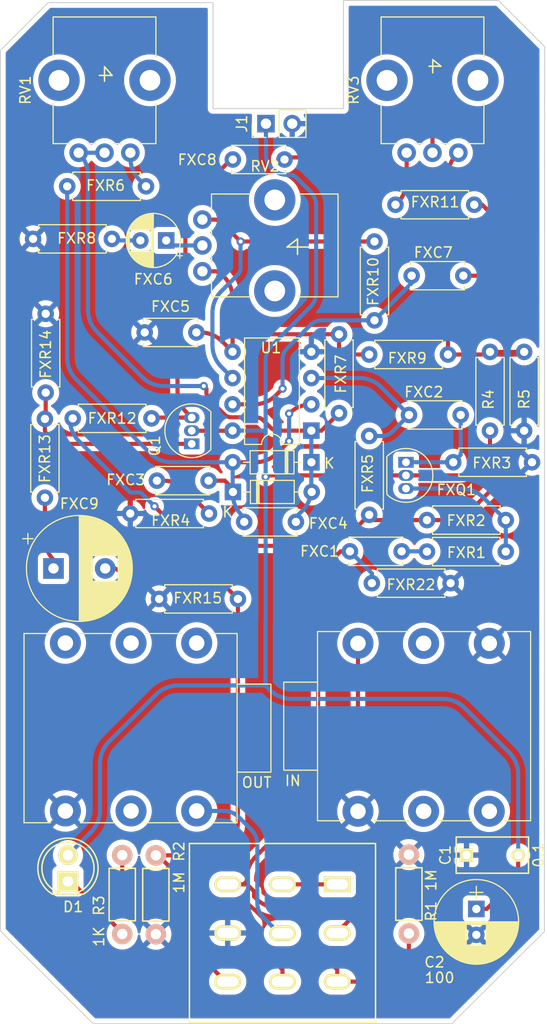
<source format=kicad_pcb>
(kicad_pcb (version 20211014) (generator pcbnew)
  (layers (0 "F.Cu" signal) (31 "B.Cu" signal) (34 "B.Paste" user) (35 "F.Paste" user) (36 "B.SilkS" user "B.Silkscreen") (37 "F.SilkS" user "F.Silkscreen") (38 "B.Mask" user) (39 "F.Mask" user) (44 "Edge.Cuts" user))
  (net 0 "")
  (net 1 "GND")
  (net 2 "+9V")
  (net 3 "Net-(D1-Pad1)")
  (net 4 "Net-(J2-Pad2)")
  (net 5 "Net-(J3-Pad2)")
  (net 6 "Net-(R3-Pad2)")
  (net 7 "Net-(SW1-Pad1)")
  (net 8 "+BATT")
  (net 9 "Net-(FXC1-Pad2)")
  (net 10 "Net-(FXC2-Pad1)")
  (net 11 "Net-(FXC2-Pad2)")
  (net 12 "Net-(FXC3-Pad1)")
  (net 13 "Net-(FXC3-Pad2)")
  (net 14 "Net-(FXC4-Pad2)")
  (net 15 "Net-(FXC5-Pad2)")
  (net 16 "Net-(FXC6-Pad1)")
  (net 17 "Net-(FXC6-Pad2)")
  (net 18 "Net-(FXC7-Pad1)")
  (net 19 "Net-(FXC7-Pad2)")
  (net 20 "Net-(FXC8-Pad1)")
  (net 21 "Net-(FXC8-Pad2)")
  (net 22 "Net-(FXC9-Pad1)")
  (net 23 "Net-(FXQ1-Pad3)")
  (net 24 "Net-(FXR6-Pad1)")
  (net 25 "Net-(FXR10-Pad2)")
  (net 26 "Net-(FXR11-Pad1)")
  (net 27 "Net-(FXR13-Pad2)")
  (net 35 "IN")
  (net 36 "OUT")
  (footprint "KiCad Lib:3PDT-Footswitch" (layer "F.Cu") (at 143.25 142.525 180)
    (fp_text reference "SW1" hide)
    (fp_text value "SW_3PDT" hide)
  )
  (footprint "Connectors:NMJ6HCD2" (layer "F.Cu") (at 122.25 130.73 90)
    (fp_text reference "J3" hide)
    (fp_text value "OUT")
  )
  (footprint "Pin_Headers:Pin_Header_Straight_1x02_Pitch2.54mm" (layer "F.Cu") (at 141.65 64.3 90)
    (fp_text reference "J1")
    (fp_text value "V+ GND" hide)
  )
  (footprint "Capacitors_THT:CP_Radial_D8.0mm_P2.50mm" (layer "F.Cu") (at 162 140.2 -90)
    (fp_text reference "C2")
    (fp_text value "100")
  )
  (footprint "LEDs:LED-5MM" (layer "F.Cu") (at 122.5 137.54 90)
    (fp_text reference "D1")
    (fp_text value "LED" hide)
  )
  (footprint "Resistors_ThroughHole:Resistor_Horizontal_RM7mm" (layer "F.Cu") (at 155.4734 142.5702 90)
    (fp_text reference "R1")
    (fp_text value "1M")
  )
  (footprint "Resistors_ThroughHole:Resistor_Horizontal_RM7mm" (layer "F.Cu") (at 131 135.02 -90)
    (fp_text reference "R2")
    (fp_text value "1M")
  )
  (footprint "Resistors_ThroughHole:Resistor_Horizontal_RM7mm" (layer "F.Cu") (at 127.75 142.62 90)
    (fp_text reference "R3")
    (fp_text value "1K")
  )
  (footprint "Capacitors_ThroughHole:C_Rect_L7_W3.5_P5" (layer "F.Cu") (at 161.05 135)
    (fp_text reference "C1")
    (fp_text value "0.1")
  )
  (footprint "Connectors:NMJ6HCD2" (layer "F.Cu") (at 163.25 114.53 -90)
    (fp_text reference "J2" hide)
    (fp_text value "IN")
  )
  (footprint "Resistor_THT:R_Axial_DIN0207_L6.3mm_D2.5mm_P7.62mm_Horizontal" (layer "F.Cu") (at 148.717 84.6582 -90)
    (fp_text reference "FXR7")
    (fp_text value "1K0")
  )
  (footprint "Resistor_THT:R_Axial_DIN0207_L6.3mm_D2.5mm_P7.62mm_Horizontal" (layer "F.Cu") (at 154.178 72.136)
    (fp_text reference "FXR11")
    (fp_text value "1K0")
  )
  (footprint "Resistor_THT:R_Axial_DIN0207_L6.3mm_D2.5mm_P7.62mm_Horizontal" (layer "F.Cu") (at 119.126 75.438)
    (fp_text reference "FXR8")
    (fp_text value "1K0")
  )
  (footprint "Capacitor_THT:C_Disc_D5.0mm_W2.5mm_P5.00mm" (layer "F.Cu") (at 149.773 105.6386)
    (fp_text reference "FXC1")
    (fp_text value "22nF")
  )
  (footprint "Capacitor_THT:C_Disc_D5.0mm_W2.5mm_P5.00mm" (layer "F.Cu") (at 155.742 78.994)
    (fp_text reference "FXC7")
    (fp_text value "1uF NP")
  )
  (footprint "Package_TO_SOT_THT:TO-92_Inline" (layer "F.Cu") (at 155.194 97.028 -90)
    (fp_text reference "FXQ1")
    (fp_text value "2SC1815")
  )
  (footprint "Capacitor_THT:C_Disc_D5.0mm_W2.5mm_P5.00mm" (layer "F.Cu") (at 138.4446 67.7672)
    (fp_text reference "FXC8")
    (fp_text value "100nF")
  )
  (footprint "Package_TO_SOT_THT:TO-92_Inline" (layer "F.Cu") (at 134.472 95.25 90)
    (fp_text reference "Q1")
    (fp_text value "2SC1815")
  )
  (footprint "Resistor_THT:R_Axial_DIN0207_L6.3mm_D2.5mm_P7.62mm_Horizontal" (layer "F.Cu") (at 120.269 100.457 90)
    (fp_text reference "FXR13")
    (fp_text value "10K")
  )
  (footprint "Resistor_THT:R_Axial_DIN0207_L6.3mm_D2.5mm_P7.62mm_Horizontal" (layer "F.Cu") (at 167.386 97.028 180)
    (fp_text reference "FXR3")
    (fp_text value "10K")
  )
  (footprint "Package_DIP:DIP-8_W7.62mm" (layer "F.Cu") (at 146.04 93.97 180)
    (fp_text reference "U1")
    (fp_text value "RC4558")
  )
  (footprint "Resistor_THT:R_Axial_DIN0207_L6.3mm_D2.5mm_P7.62mm_Horizontal" (layer "F.Cu") (at 163.322 93.98 90)
    (fp_text reference "R4")
    (fp_text value "PXR1")
  )
  (footprint "Capacitor_THT:CP_Radial_D10.0mm_P5.00mm" (layer "F.Cu") (at 121.101723 107.2896)
    (fp_text reference "FXC9")
    (fp_text value "10uF")
  )
  (footprint "Capacitor_THT:CP_Radial_D5.0mm_P2.50mm" (layer "F.Cu") (at 132.0038 75.5904 180)
    (fp_text reference "FXC6")
    (fp_text value ".22uF tant")
  )
  (footprint "Diode_THT:D_DO-35_SOD27_P7.62mm_Horizontal" (layer "F.Cu") (at 138.4554 99.8982)
    (fp_text reference "FXD1" hide)
    (fp_text value "1N914")
  )
  (footprint "Potentiometer_THT:Potentiometer_Bourns_PTV09A-1_Single_Vertical" (layer "F.Cu") (at 135.5042 78.573)
    (fp_text reference "RV2")
    (fp_text value "VRT")
  )
  (footprint "Resistor_THT:R_Axial_DIN0207_L6.3mm_D2.5mm_P7.62mm_Horizontal" (layer "F.Cu") (at 122.9614 92.7862)
    (fp_text reference "FXR12")
    (fp_text value "510K")
  )
  (footprint "Resistor_THT:R_Axial_DIN0207_L6.3mm_D2.5mm_P7.62mm_Horizontal" (layer "F.Cu") (at 157.226 102.616)
    (fp_text reference "FXR2")
    (fp_text value "510K")
  )
  (footprint "Resistor_THT:R_Axial_DIN0207_L6.3mm_D2.5mm_P7.62mm_Horizontal" (layer "F.Cu") (at 136.144 101.981 180)
    (fp_text reference "FXR4")
    (fp_text value "FXR4")
  )
  (footprint "Resistor_THT:R_Axial_DIN0207_L6.3mm_D2.5mm_P7.62mm_Horizontal" (layer "F.Cu") (at 120.3452 82.677 -90)
    (fp_text reference "FXR14")
    (fp_text value "10K")
  )
  (footprint "Resistor_THT:R_Axial_DIN0207_L6.3mm_D2.5mm_P7.62mm_Horizontal" (layer "F.Cu") (at 131.318 110.236)
    (fp_text reference "FXR15")
    (fp_text value "100R")
  )
  (footprint "Resistor_THT:R_Axial_DIN0207_L6.3mm_D2.5mm_P7.62mm_Horizontal" (layer "F.Cu") (at 159.512 108.712 180)
    (fp_text reference "FXR22")
    (fp_text value "1M")
  )
  (footprint "Potentiometer_THT:Potentiometer_Bourns_PTV09A-1_Single_Vertical" (layer "F.Cu") (at 160.2594 67.1116 90)
    (fp_text reference "RV3")
    (fp_text value "VRV")
  )
  (footprint "Capacitor_THT:C_Disc_D5.0mm_W2.5mm_P5.00mm" (layer "F.Cu") (at 160.488 92.456 180)
    (fp_text reference "FXC2")
    (fp_text value "1uF NP")
  )
  (footprint "Capacitor_THT:C_Disc_D5.0mm_W2.5mm_P5.00mm" (layer "F.Cu") (at 131.104 98.806)
    (fp_text reference "FXC3")
    (fp_text value "47nF")
  )
  (footprint "Resistor_THT:R_Axial_DIN0207_L6.3mm_D2.5mm_P7.62mm_Horizontal" (layer "F.Cu") (at 166.624 86.36 -90)
    (fp_text reference "R5")
    (fp_text value "PXR2")
  )
  (footprint "Potentiometer_THT:Potentiometer_Bourns_PTV09A-1_Single_Vertical" (layer "F.Cu") (at 128.5348 67.1116 90)
    (fp_text reference "RV1")
    (fp_text value "VRG")
  )
  (footprint "Capacitor_THT:C_Disc_D5.0mm_W2.5mm_P5.00mm" (layer "F.Cu") (at 129.921 84.4804)
    (fp_text reference "FXC5")
    (fp_text value "C")
  )
  (footprint "Capacitor_THT:C_Disc_D5.0mm_W2.5mm_P5.00mm" (layer "F.Cu") (at 139.5476 102.7938)
    (fp_text reference "FXC4")
    (fp_text value "47pF")
  )
  (footprint "Resistor_THT:R_Axial_DIN0207_L6.3mm_D2.5mm_P7.62mm_Horizontal" (layer "F.Cu") (at 157.226 105.664)
    (fp_text reference "FXR1")
    (fp_text value "1K0")
  )
  (footprint "Resistor_THT:R_Axial_DIN0207_L6.3mm_D2.5mm_P7.62mm_Horizontal" (layer "F.Cu") (at 130.048 70.358 180)
    (fp_text reference "FXR6")
    (fp_text value "51K")
  )
  (footprint "Resistor_THT:R_Axial_DIN0207_L6.3mm_D2.5mm_P7.62mm_Horizontal" (layer "F.Cu") (at 152.146 83.312 90)
    (fp_text reference "FXR10")
    (fp_text value "1K0")
  )
  (footprint "Resistor_THT:R_Axial_DIN0207_L6.3mm_D2.5mm_P7.62mm_Horizontal" (layer "F.Cu") (at 151.638 102.108 90)
    (fp_text reference "FXR5")
    (fp_text value "10K")
  )
  (footprint "Resistor_THT:R_Axial_DIN0207_L6.3mm_D2.5mm_P7.62mm_Horizontal" (layer "F.Cu") (at 159.258 86.614 180)
    (fp_text reference "FXR9")
    (fp_text value "10K")
  )
  (footprint "Diode_THT:D_DO-35_SOD27_P7.62mm_Horizontal" (layer "F.Cu") (at 146.05 97.028 180)
    (fp_text reference "FXD2" hide)
    (fp_text value "1N914")
  )
  (gr_line (start 144.7038 75.438) (end 144.7038 76.9366) (layer "F.SilkS") (width 0.15))
  (gr_line (start 157.7848 58.1152) (end 157.7848 59.3852) (layer "F.SilkS") (width 0.15))
  (gr_line (start 126.7714 59.6392) (end 126.0348 58.801) (layer "F.SilkS") (width 0.15))
  (gr_line (start 145.8214 76.2254) (end 143.6878 76.2254) (layer "F.SilkS") (width 0.15))
  (gr_line (start 158.5722 58.7502) (end 157.7848 58.1152) (layer "F.SilkS") (width 0.15))
  (gr_line (start 126.0348 58.801) (end 126.0348 60.198) (layer "F.SilkS") (width 0.15))
  (gr_line (start 157.4292 58.7502) (end 158.5722 58.7502) (layer "F.SilkS") (width 0.15))
  (gr_line (start 125.5522 59.6392) (end 126.7714 59.6392) (layer "F.SilkS") (width 0.15))
  (gr_line (start 143.6878 76.2254) (end 144.7038 75.438) (layer "F.SilkS") (width 0.15))
  (gr_line (start 149.1488 52.4002) (end 164.1348 52.4002) (layer "Edge.Cuts") (width 0.1))
  (gr_line (start 136.525 62.8396) (end 149.1488 62.8396) (layer "Edge.Cuts") (width 0.1))
  (gr_line (start 115.9764 57.2008) (end 120.5738 52.6034) (layer "Edge.Cuts") (width 0.1))
  (gr_line (start 164.1348 52.4002) (end 168.6052 56.8706) (layer "Edge.Cuts") (width 0.1))
  (gr_line (start 168.6052 56.8706) (end 168.5798 142.3924) (layer "Edge.Cuts") (width 0.1))
  (gr_line (start 159.639 151.2824) (end 124.9172 151.2824) (layer "Edge.Cuts") (width 0.1))
  (gr_line (start 120.5738 52.6034) (end 136.525 52.6034) (layer "Edge.Cuts") (width 0.1))
  (gr_line (start 136.525 52.6034) (end 136.525 62.8396) (layer "Edge.Cuts") (width 0.1))
  (gr_line (start 115.9764 142.3416) (end 115.9764 57.2008) (layer "Edge.Cuts") (width 0.1))
  (gr_line (start 124.9172 151.2824) (end 115.9764 142.3416) (layer "Edge.Cuts") (width 0.1))
  (gr_line (start 149.1488 62.8396) (end 149.1488 52.4002) (layer "Edge.Cuts") (width 0.1))
  (gr_line (start 168.5798 142.3924) (end 159.639 151.2824) (layer "Edge.Cuts") (width 0.1))
  (segment (start 163 140.2) (end 165.171321 138.028679) (width 0.4) (layer "F.Cu") (net 2))
  (segment (start 162.29568 97.41932) (end 162.443321 97.271679) (width 0.4) (layer "F.Cu") (net 2))
  (segment (start 163.322 95.150359) (end 163.322 93.98) (width 0.4) (layer "F.Cu") (net 2))
  (segment (start 166.05 135.907359) (end 166.05 135) (width 0.4) (layer "F.Cu") (net 2))
  (segment (start 138.41 93.98) (end 138.42 93.97) (width 0.4) (layer "F.Cu") (net 2))
  (segment (start 141.732 98.298) (end 141.62 98.41) (width 0.4) (layer "F.Cu") (net 2))
  (segment (start 162 140.2) (end 163 140.2) (width 0.4) (layer "F.Cu") (net 2))
  (segment (start 134.472 93.98) (end 138.41 93.98) (width 0.4) (layer "F.Cu") (net 2))
  (segment (start 155.194 98.298) (end 141.732 98.298) (width 0.4) (layer "F.Cu") (net 2))
  (segment (start 141.62 98.41) (end 141.62 98.44) (width 0.4) (layer "F.Cu") (net 2))
  (segment (start 155.194 98.298) (end 160.174359 98.298) (width 0.4) (layer "F.Cu") (net 2))
  (via (at 141.62 98.44) (size 0.8) (drill 0.4) (layers "F.Cu" "B.Cu") (net 2))
  (arc (start 162.443321 97.271679) (mid 163.093639 96.298409) (end 163.322 95.150359) (width 0.4) (layer "F.Cu") (net 2))
  (arc (start 162.29568 97.41932) (mid 161.32241 98.069639) (end 160.174359 98.298) (width 0.4) (layer "F.Cu") (net 2))
  (arc (start 165.171321 138.028679) (mid 165.821639 137.055409) (end 166.05 135.907359) (width 0.4) (layer "F.Cu") (net 2))
  (segment (start 160.87868 120.77868) (end 165.171321 125.071321) (width 0.4) (layer "B.Cu") (net 2))
  (segment (start 141.6 118.6) (end 142.021321 119.021321) (width 0.4) (layer "B.Cu") (net 2))
  (segment (start 141.62 112.552081) (end 141.62 98.44) (width 0.4) (layer "B.Cu") (net 2))
  (segment (start 146.5072 72.253227) (end 146.5072 80.629373) (width 0.4) (layer "B.Cu") (net 2))
  (segment (start 141.62 87.173427) (end 141.62 93.838) (width 0.4) (layer "B.Cu") (net 2))
  (segment (start 141.6 112.572081) (end 141.62 112.552081) (width 0.4) (layer "B.Cu") (net 2))
  (segment (start 125.6 126.142641) (end 125.6 130.657359) (width 0.4) (layer "B.Cu") (net 2))
  (segment (start 142.235787 68.651987) (end 142.238414 68.654614) (width 0.4) (layer "B.Cu") (net 2))
  (segment (start 138.42 93.97) (end 141.488 93.97) (width 0.4) (layer "B.Cu") (net 2))
  (segment (start 141.65 64.3) (end 141.65 67.237773) (width 0.4) (layer "B.Cu") (net 2))
  (segment (start 145.921413 82.043587) (end 142.205786 85.759214) (width 0.4) (layer "B.Cu") (net 2))
  (segment (start 131.02132 119.47868) (end 126.478679 124.021321) (width 0.4) (layer "B.Cu") (net 2))
  (segment (start 141.488 93.97) (end 141.62 93.838) (width 0.4) (layer "B.Cu") (net 2))
  (segment (start 144.615693 69.533293) (end 145.921414 70.839014) (width 0.4) (layer "B.Cu") (net 2))
  (segment (start 124.72132 132.77868) (end 122.5 135) (width 0.4) (layer "B.Cu") (net 2))
  (segment (start 141.62 98.44) (end 141.62 93.838) (width 0.4) (layer "B.Cu") (net 2))
  (segment (start 166.05 127.192641) (end 166.05 135) (width 0.4) (layer "B.Cu") (net 2))
  (segment (start 141.6 118.6) (end 133.142641 118.6) (width 0.4) (layer "B.Cu") (net 2))
  (segment (start 141.6 118.6) (end 141.6 112.572081) (width 0.4) (layer "B.Cu") (net 2))
  (segment (start 144.142641 119.9) (end 158.757359 119.9) (width 0.4) (layer "B.Cu") (net 2))
  (segment (start 143.652627 69.2404) (end 143.908586 69.2404) (width 0.4) (layer "B.Cu") (net 2))
  (arc (start 143.652627 69.2404) (mid 142.88726 69.088159) (end 142.238414 68.654614) (width 0.4) (layer "B.Cu") (net 2))
  (arc (start 165.171321 125.071321) (mid 165.821639 126.044591) (end 166.05 127.192641) (width 0.4) (layer "B.Cu") (net 2))
  (arc (start 141.62 87.173427) (mid 141.772241 86.40806) (end 142.205786 85.759214) (width 0.4) (layer "B.Cu") (net 2))
  (arc (start 125.6 130.657359) (mid 125.371638 131.80541) (end 124.72132 132.77868) (width 0.4) (layer "B.Cu") (net 2))
  (arc (start 145.921413 82.043587) (mid 146.354959 81.39474) (end 146.5072 80.629373) (width 0.4) (layer "B.Cu") (net 2))
  (arc (start 143.908586 69.2404) (mid 144.291269 69.31652) (end 144.615693 69.533293) (width 0.4) (layer "B.Cu") (net 2))
  (arc (start 131.02132 119.47868) (mid 131.99459 118.828361) (end 133.142641 118.6) (width 0.4) (layer "B.Cu") (net 2))
  (arc (start 146.5072 72.253227) (mid 146.354959 71.48786) (end 145.921414 70.839014) (width 0.4) (layer "B.Cu") (net 2))
  (arc (start 142.235787 68.651987) (mid 141.802241 68.00314) (end 141.65 67.237773) (width 0.4) (layer "B.Cu") (net 2))
  (arc (start 142.021321 119.021321) (mid 142.994591 119.671639) (end 144.142641 119.9) (width 0.4) (layer "B.Cu") (net 2))
  (arc (start 160.87868 120.77868) (mid 159.90541 120.128361) (end 158.757359 119.9) (width 0.4) (layer "B.Cu") (net 2))
  (arc (start 125.6 126.142641) (mid 125.828361 124.994591) (end 126.478679 124.021321) (width 0.4) (layer "B.Cu") (net 2))
  (segment (start 122.5 137.5) (end 122.75 137.5) (width 0.4) (layer "F.Cu") (net 3))
  (segment (start 122.75 137.5) (end 127.75 142.5) (width 0.4) (layer "F.Cu") (net 3))
  (segment (start 148.513553 133.863553) (end 148.358679 133.708679) (width 0.4) (layer "F.Cu") (net 4))
  (segment (start 147.48 131.587359) (end 147.48 129.732641) (width 0.4) (layer "F.Cu") (net 4))
  (segment (start 150.55 124.177359) (end 150.55 114.53) (width 0.4) (layer "F.Cu") (net 4))
  (segment (start 148.35868 127.61132) (end 149.671321 126.298679) (width 0.4) (layer "F.Cu") (net 4))
  (segment (start 148.55 142.45) (end 150.621321 140.378679) (width 0.4) (layer "F.Cu") (net 4))
  (segment (start 151.5 138.257359) (end 151.5 137.062641) (width 0.4) (layer "F.Cu") (net 4))
  (segment (start 148.55 142.525) (end 148.55 142.45) (width 0.4) (layer "F.Cu") (net 4))
  (segment (start 150.62132 134.94132) (end 149.836446 134.156446) (width 0.4) (layer "F.Cu") (net 4))
  (segment (start 149.482893 134.01) (end 148.867107 134.01) (width 0.4) (layer "F.Cu") (net 4))
  (arc (start 150.621321 140.378679) (mid 151.271639 139.405409) (end 151.5 138.257359) (width 0.4) (layer "F.Cu") (net 4))
  (arc (start 149.836446 134.156446) (mid 149.674234 134.04806) (end 149.482893 134.01) (width 0.4) (layer "F.Cu") (net 4))
  (arc (start 147.48 129.732641) (mid 147.708362 128.58459) (end 148.35868 127.61132) (width 0.4) (layer "F.Cu") (net 4))
  (arc (start 148.513553 133.863553) (mid 148.675765 133.97194) (end 148.867107 134.01) (width 0.4) (layer "F.Cu") (net 4))
  (arc (start 148.358679 133.708679) (mid 147.708361 132.735409) (end 147.48 131.587359) (width 0.4) (layer "F.Cu") (net 4))
  (arc (start 150.55 124.177359) (mid 150.321639 125.325409) (end 149.671321 126.298679) (width 0.4) (layer "F.Cu") (net 4))
  (arc (start 151.5 137.062641) (mid 151.271638 135.91459) (end 150.62132 134.94132) (width 0.4) (layer "F.Cu") (net 4))
  (segment (start 140.231813 132.535613) (end 139.011986 131.315786) (width 0.4) (layer "B.Cu") (net 5))
  (segment (start 140.8176 139.608173) (end 140.8176 133.949827) (width 0.4) (layer "B.Cu") (net 5))
  (segment (start 137.597773 130.73) (end 134.95 130.73) (width 0.4) (layer "B.Cu") (net 5))
  (segment (start 143.25 142.55) (end 142.931 142.55) (width 0.4) (layer "B.Cu") (net 5))
  (segment (start 142.931 142.55) (end 141.403386 141.022386) (width 0.4) (layer "B.Cu") (net 5))
  (arc (start 137.597773 130.73) (mid 138.36314 130.882241) (end 139.011986 131.315786) (width 0.4) (layer "B.Cu") (net 5))
  (arc (start 140.231813 132.535613) (mid 140.665359 133.18446) (end 140.8176 133.949827) (width 0.4) (layer "B.Cu") (net 5))
  (arc (start 141.403386 141.022386) (mid 140.969841 140.37354) (end 140.8176 139.608173) (width 0.4) (layer "B.Cu") (net 5))
  (segment (start 137.7508 147.225) (end 137.95 147.225) (width 0.4) (layer "F.Cu") (net 6))
  (segment (start 135.2042 142.908214) (end 135.2042 144.264186) (width 0.4) (layer "F.Cu") (net 6))
  (segment (start 131.046414 140.1826) (end 132.478586 140.1826) (width 0.4) (layer "F.Cu") (net 6))
  (segment (start 128.042893 137.593293) (end 130.339307 139.889707) (width 0.4) (layer "F.Cu") (net 6))
  (segment (start 135.497093 144.971293) (end 137.7508 147.225) (width 0.4) (layer "F.Cu") (net 6))
  (segment (start 133.185693 140.475493) (end 134.911307 142.201107) (width 0.4) (layer "F.Cu") (net 6))
  (segment (start 127.75 135) (end 127.75 136.886186) (width 0.4) (layer "F.Cu") (net 6))
  (arc (start 132.478586 140.1826) (mid 132.861269 140.25872) (end 133.185693 140.475493) (width 0.4) (layer "F.Cu") (net 6))
  (arc (start 127.75 136.886186) (mid 127.82612 137.268869) (end 128.042893 137.593293) (width 0.4) (layer "F.Cu") (net 6))
  (arc (start 135.497093 144.971293) (mid 135.28032 144.64687) (end 135.2042 144.264186) (width 0.4) (layer "F.Cu") (net 6))
  (arc (start 135.2042 142.908214) (mid 135.12808 142.525531) (end 134.911307 142.201107) (width 0.4) (layer "F.Cu") (net 6))
  (arc (start 131.046414 140.1826) (mid 130.663731 140.10648) (end 130.339307 139.889707) (width 0.4) (layer "F.Cu") (net 6))
  (segment (start 143.25 137.825) (end 148.55 137.825) (width 0.4) (layer "F.Cu") (net 7))
  (segment (start 152.146 102.616) (end 151.638 102.108) (width 0.4) (layer "F.Cu") (net 8))
  (segment (start 160.13668 67.23432) (end 160.2594 67.1116) (width 0.4) (layer "F.Cu") (net 8))
  (segment (start 157.226 102.616) (end 159.285359 102.616) (width 0.4) (layer "F.Cu") (net 8))
  (segment (start 148.109359 104.394) (end 144.951914 104.394) (width 0.4) (layer "F.Cu") (net 8))
  (segment (start 161.40668 101.73732) (end 164.094321 99.049679) (width 0.4) (layer "F.Cu") (net 8))
  (segment (start 164.973 96.928359) (end 164.973 86.614) (width 0.4) (layer "F.Cu") (net 8))
  (segment (start 164.973 86.614) (end 166.37 86.614) (width 0.4) (layer "F.Cu") (net 8))
  (segment (start 157.226 102.616) (end 152.146 102.616) (width 0.4) (layer "F.Cu") (net 8))
  (segment (start 163.322 86.36) (end 166.624 86.36) (width 0.4) (layer "F.Cu") (net 8))
  (segment (start 159.258 86.614) (end 159.258 69.355641) (width 0.4) (layer "F.Cu") (net 8))
  (segment (start 143.412286 105.1052) (end 135.938841 105.1052) (width 0.4) (layer "F.Cu") (net 8))
  (segment (start 144.244807 104.686893) (end 144.119393 104.812307) (width 0.4) (layer "F.Cu") (net 8))
  (segment (start 159.258 86.614) (end 164.973 86.614) (width 0.4) (layer "F.Cu") (net 8))
  (segment (start 133.81752 104.22652) (end 130.8735 101.2825) (width 0.4) (layer "F.Cu") (net 8))
  (segment (start 151.638 102.108) (end 150.230679 103.515321) (width 0.4) (layer "F.Cu") (net 8))
  (segment (start 166.37 86.614) (end 166.624 86.36) (width 0.4) (layer "F.Cu") (net 8))
  (via (at 130.8735 101.2825) (size 0.8) (drill 0.4) (layers "F.Cu" "B.Cu") (net 8))
  (arc (start 164.094321 99.049679) (mid 164.744639 98.076409) (end 164.973 96.928359) (width 0.4) (layer "F.Cu") (net 8))
  (arc (start 159.285359 102.616) (mid 160.43341 102.387638) (end 161.40668 101.73732) (width 0.4) (layer "F.Cu") (net 8))
  (arc (start 143.412286 105.1052) (mid 143.794969 105.02908) (end 144.119393 104.812307) (width 0.4) (layer "F.Cu") (net 8))
  (arc (start 144.951914 104.394) (mid 144.569231 104.47012) (end 144.244807 104.686893) (width 0.4) (layer "F.Cu") (net 8))
  (arc (start 148.109359 104.394) (mid 149.257409 104.165639) (end 150.230679 103.515321) (width 0.4) (layer "F.Cu") (net 8))
  (arc (start 160.13668 67.23432) (mid 159.486361 68.20759) (end 159.258 69.355641) (width 0.4) (layer "F.Cu") (net 8))
  (arc (start 135.938841 105.1052) (mid 134.79079 104.876838) (end 133.81752 104.22652) (width 0.4) (layer "F.Cu") (net 8))
  (segment (start 129.54 99.949) (end 130.8735 101.2825) (width 0.4) (layer "B.Cu") (net 8))
  (segment (start 123.56068 94.98568) (end 128.524 99.949) (width 0.4) (layer "B.Cu") (net 8))
  (segment (start 128.524 99.949) (end 129.54 99.949) (width 0.4) (layer "B.Cu") (net 8))
  (arc (start 122.682 92.864359) (mid 122.910362 94.01241) (end 123.56068 94.98568) (width 0.4) (layer "B.Cu") (net 8))
  (segment (start 154.773 105.6386) (end 157.2006 105.6386) (width 0.4) (layer "B.Cu") (net 9))
  (segment (start 157.2006 105.6386) (end 157.226 105.664) (width 0.4) (layer "B.Cu") (net 9))
  (segment (start 155.194 97.028) (end 159.766 97.028) (width 0.4) (layer "B.Cu") (net 10))
  (segment (start 160.488 92.456) (end 160.488 96.306) (width 0.4) (layer "B.Cu") (net 10))
  (segment (start 160.488 96.306) (end 159.766 97.028) (width 0.4) (layer "B.Cu") (net 10))
  (segment (start 151.638 94.488) (end 152.83468 94.488) (width 0.4) (layer "B.Cu") (net 11))
  (segment (start 152.80068 89.76868) (end 155.488 92.456) (width 0.4) (layer "B.Cu") (net 11))
  (segment (start 153.89534 94.04866) (end 155.488 92.456) (width 0.4) (layer "B.Cu") (net 11))
  (segment (start 146.04 88.89) (end 150.679359 88.89) (width 0.4) (layer "B.Cu") (net 11))
  (arc (start 152.80068 89.76868) (mid 151.82741 89.118361) (end 150.679359 88.89) (width 0.4) (layer "B.Cu") (net 11))
  (arc (start 152.83468 94.488) (mid 153.408705 94.373819) (end 153.89534 94.04866) (width 0.4) (layer "B.Cu") (net 11))
  (segment (start 131.104 98.806) (end 131.726359 98.806) (width 0.4) (layer "F.Cu") (net 12))
  (segment (start 133.84768 99.68468) (end 136.144 101.981) (width 0.4) (layer "F.Cu") (net 12))
  (arc (start 131.726359 98.806) (mid 132.87441 99.034362) (end 133.84768 99.68468) (width 0.4) (layer "F.Cu") (net 12))
  (segment (start 138.43 97.028) (end 140.616359 97.028) (width 0.4) (layer "F.Cu") (net 13))
  (segment (start 137.668 98.806) (end 138.43 99.568) (width 0.4) (layer "F.Cu") (net 13))
  (segment (start 143.91132 92.30868) (end 143.891 92.329) (width 0.4) (layer "F.Cu") (net 13))
  (segment (start 136.104 98.806) (end 137.668 98.806) (width 0.4) (layer "F.Cu") (net 13))
  (segment (start 142.73768 96.14932) (end 143.891 94.996) (width 0.4) (layer "F.Cu") (net 13))
  (segment (start 146.04 91.43) (end 146.032641 91.43) (width 0.4) (layer "F.Cu") (net 13))
  (via (at 143.891 92.329) (size 0.8) (drill 0.4) (layers "F.Cu" "B.Cu") (net 13))
  (via (at 143.891 94.996) (size 0.8) (drill 0.4) (layers "F.Cu" "B.Cu") (net 13))
  (arc (start 140.616359 97.028) (mid 141.76441 96.799638) (end 142.73768 96.14932) (width 0.4) (layer "F.Cu") (net 13))
  (arc (start 143.91132 92.30868) (mid 144.88459 91.658361) (end 146.032641 91.43) (width 0.4) (layer "F.Cu") (net 13))
  (segment (start 138.43 97.028) (end 138.43 100.023359) (width 0.4) (layer "B.Cu") (net 13))
  (segment (start 122.428 86.895359) (end 122.428 70.358) (width 0.4) (layer "B.Cu") (net 13))
  (segment (start 138.43 97.028) (end 132.560641 97.028) (width 0.4) (layer "B.Cu") (net 13))
  (segment (start 130.43932 96.14932) (end 123.306679 89.016679) (width 0.4) (layer "B.Cu") (net 13))
  (segment (start 139.30868 102.14468) (end 139.526 102.362) (width 0.4) (layer "B.Cu") (net 13))
  (segment (start 143.891 92.329) (end 143.891 94.996) (width 0.4) (layer "B.Cu") (net 13))
  (arc (start 138.43 100.023359) (mid 138.658362 101.17141) (end 139.30868 102.14468) (width 0.4) (layer "B.Cu") (net 13))
  (arc (start 132.560641 97.028) (mid 131.41259 96.799638) (end 130.43932 96.14932) (width 0.4) (layer "B.Cu") (net 13))
  (arc (start 122.428 86.895359) (mid 122.656361 88.043409) (end 123.306679 89.016679) (width 0.4) (layer "B.Cu") (net 13))
  (segment (start 138.318628 92.6846) (end 140.6906 92.6846) (width 0.4) (layer "F.Cu") (net 14))
  (segment (start 142.804428 93.97) (end 146.04 93.97) (width 0.4) (layer "F.Cu") (net 14))
  (segment (start 147.0252 93.97) (end 148.717 92.2782) (width 0.4) (layer "F.Cu") (net 14))
  (segment (start 146.04 93.97) (end 147.0252 93.97) (width 0.4) (layer "F.Cu") (net 14))
  (segment (start 141.397707 92.977493) (end 142.097321 93.677107) (width 0.4) (layer "F.Cu") (net 14))
  (segment (start 135.89 89.916) (end 135.89 90.255972) (width 0.4) (layer "F.Cu") (net 14))
  (segment (start 136.182893 90.963079) (end 137.611521 92.391707) (width 0.4) (layer "F.Cu") (net 14))
  (segment (start 135.636 89.662) (end 135.89 89.916) (width 0.4) (layer "F.Cu") (net 14))
  (via (at 135.636 89.662) (size 0.8) (drill 0.4) (layers "F.Cu" "B.Cu") (net 14))
  (arc (start 135.89 90.255972) (mid 135.96612 90.638655) (end 136.182893 90.963079) (width 0.4) (layer "F.Cu") (net 14))
  (arc (start 140.6906 92.6846) (mid 141.073283 92.76072) (end 141.397707 92.977493) (width 0.4) (layer "F.Cu") (net 14))
  (arc (start 138.318628 92.6846) (mid 137.935945 92.60848) (end 137.611521 92.391707) (width 0.4) (layer "F.Cu") (net 14))
  (arc (start 142.097321 93.677107) (mid 142.421744 93.89388) (end 142.804428 93.97) (width 0.4) (layer "F.Cu") (net 14))
  (segment (start 124.4348 82.298159) (end 124.4348 69.254241) (width 0.4) (layer "B.Cu") (net 14))
  (segment (start 123.55612 67.13292) (end 123.5348 67.1116) (width 0.4) (layer "B.Cu") (net 14))
  (segment (start 135.636 89.662) (end 131.798641 89.662) (width 0.4) (layer "B.Cu") (net 14))
  (segment (start 145.16132 101.72668) (end 144.526 102.362) (width 0.4) (layer "B.Cu") (net 14))
  (segment (start 126.0348 67.1116) (end 123.5348 67.1116) (width 0.4) (layer "B.Cu") (net 14))
  (segment (start 146.04 93.97) (end 146.04 99.605359) (width 0.4) (layer "B.Cu") (net 14))
  (segment (start 129.67732 88.78332) (end 125.313479 84.419479) (width 0.4) (layer "B.Cu") (net 14))
  (arc (start 124.4348 69.254241) (mid 124.206438 68.10619) (end 123.55612 67.13292) (width 0.4) (layer "B.Cu") (net 14))
  (arc (start 131.798641 89.662) (mid 130.65059 89.433638) (end 129.67732 88.78332) (width 0.4) (layer "B.Cu") (net 14))
  (arc (start 124.4348 82.298159) (mid 124.663161 83.446209) (end 125.313479 84.419479) (width 0.4) (layer "B.Cu") (net 14))
  (arc (start 145.16132 101.72668) (mid 145.811639 100.75341) (end 146.04 99.605359) (width 0.4) (layer "B.Cu") (net 14))
  (segment (start 148.717 84.6582) (end 138.43 84.6582) (width 0.4) (layer "F.Cu") (net 15))
  (segment (start 149.059107 86.321107) (end 148.844 86.106) (width 0.4) (layer "F.Cu") (net 15))
  (segment (start 138.42 84.6482) (end 138.42 81.156641) (width 0.4) (layer "F.Cu") (net 15))
  (segment (start 136.664786 78.573) (end 135.5042 78.573) (width 0.4) (layer "F.Cu") (net 15))
  (segment (start 148.717 84.6582) (end 148.717 85.979) (width 0.4) (layer "F.Cu") (net 15))
  (segment (start 138.43 84.6582) (end 138.42 84.6482) (width 0.4) (layer "F.Cu") (net 15))
  (segment (start 151.638 86.614) (end 149.766214 86.614) (width 0.4) (layer "F.Cu") (net 15))
  (segment (start 138.42 86.35) (end 138.42 84.6482) (width 0.4) (layer "F.Cu") (net 15))
  (segment (start 137.54132 79.03532) (end 137.371893 78.865893) (width 0.4) (layer "F.Cu") (net 15))
  (segment (start 134.921 84.4804) (end 135.307759 84.4804) (width 0.4) (layer "F.Cu") (net 15))
  (segment (start 137.42908 85.35908) (end 138.42 86.35) (width 0.4) (layer "F.Cu") (net 15))
  (segment (start 148.717 85.979) (end 148.844 86.106) (width 0.4) (layer "F.Cu") (net 15))
  (arc (start 149.059107 86.321107) (mid 149.38353 86.53788) (end 149.766214 86.614) (width 0.4) (layer "F.Cu") (net 15))
  (arc (start 135.307759 84.4804) (mid 136.45581 84.708762) (end 137.42908 85.35908) (width 0.4) (layer "F.Cu") (net 15))
  (arc (start 137.54132 79.03532) (mid 138.191639 80.00859) (end 138.42 81.156641) (width 0.4) (layer "F.Cu") (net 15))
  (arc (start 136.664786 78.573) (mid 137.047469 78.64912) (end 137.371893 78.865893) (width 0.4) (layer "F.Cu") (net 15))
  (segment (start 135.5042 76.073) (end 132.4864 76.073) (width 0.4) (layer "B.Cu") (net 16))
  (segment (start 132.4864 76.073) (end 132.0038 75.5904) (width 0.4) (layer "B.Cu") (net 16))
  (segment (start 129.5038 75.5904) (end 126.8984 75.5904) (width 0.4) (layer "B.Cu") (net 17))
  (segment (start 126.746 75.438) (end 127 75.692) (width 0.4) (layer "B.Cu") (net 17))
  (segment (start 138.42 91.43) (end 140.499359 91.43) (width 0.4) (layer "F.Cu") (net 18))
  (segment (start 142.62068 90.55132) (end 143.256 89.916) (width 0.4) (layer "F.Cu") (net 18))
  (via (at 143.256 89.916) (size 0.8) (drill 0.4) (layers "F.Cu" "B.Cu") (net 18))
  (arc (start 140.499359 91.43) (mid 141.64741 91.201638) (end 142.62068 90.55132) (width 0.4) (layer "F.Cu") (net 18))
  (segment (start 152.146 83.312) (end 155.742 79.716) (width 0.4) (layer "B.Cu") (net 18))
  (segment (start 155.742 79.716) (end 155.742 78.994) (width 0.4) (layer "B.Cu") (net 18))
  (segment (start 152.146 83.312) (end 147.02692 83.312) (width 0.4) (layer "B.Cu") (net 18))
  (segment (start 145.96626 83.75134) (end 143.69534 86.02226) (width 0.4) (layer "B.Cu") (net 18))
  (segment (start 143.256 87.08292) (end 143.256 89.916) (width 0.4) (layer "B.Cu") (net 18))
  (arc (start 143.69534 86.02226) (mid 143.370181 86.508895) (end 143.256 87.08292) (width 0.4) (layer "B.Cu") (net 18))
  (arc (start 145.96626 83.75134) (mid 146.452895 83.426181) (end 147.02692 83.312) (width 0.4) (layer "B.Cu") (net 18))
  (segment (start 162.56 72.136) (end 163.029107 72.605107) (width 0.4) (layer "F.Cu") (net 19))
  (segment (start 162.145786 78.994) (end 160.742 78.994) (width 0.4) (layer "F.Cu") (net 19))
  (segment (start 163.322 73.312214) (end 163.322 77.817786) (width 0.4) (layer "F.Cu") (net 19))
  (segment (start 163.029107 78.524893) (end 162.852893 78.701107) (width 0.4) (layer "F.Cu") (net 19))
  (segment (start 161.798 72.136) (end 162.56 72.136) (width 0.4) (layer "F.Cu") (net 19))
  (arc (start 163.029107 72.605107) (mid 163.24588 72.92953) (end 163.322 73.312214) (width 0.4) (layer "F.Cu") (net 19))
  (arc (start 162.145786 78.994) (mid 162.528469 78.91788) (end 162.852893 78.701107) (width 0.4) (layer "F.Cu") (net 19))
  (arc (start 163.322 77.817786) (mid 163.24588 78.200469) (end 163.029107 78.524893) (width 0.4) (layer "F.Cu") (net 19))
  (segment (start 133.096 90.091359) (end 133.096 83.904014) (width 0.4) (layer "F.Cu") (net 20))
  (segment (start 134.472 92.71) (end 130.556 92.71) (width 0.4) (layer "F.Cu") (net 20))
  (segment (start 134.472 92.71) (end 133.974679 92.212679) (width 0.4) (layer "F.Cu") (net 20))
  (segment (start 133.388893 83.196907) (end 133.565107 83.020693) (width 0.4) (layer "F.Cu") (net 20))
  (segment (start 133.858 82.313586) (end 133.858 73.418641) (width 0.4) (layer "F.Cu") (net 20))
  (segment (start 134.73668 71.29732) (end 138.47 67.564) (width 0.4) (layer "F.Cu") (net 20))
  (arc (start 133.974679 92.212679) (mid 133.324361 91.239409) (end 133.096 90.091359) (width 0.4) (layer "F.Cu") (net 20))
  (arc (start 133.858 73.418641) (mid 134.086362 72.27059) (end 134.73668 71.29732) (width 0.4) (layer "F.Cu") (net 20))
  (arc (start 133.096 83.904014) (mid 133.17212 83.521331) (end 133.388893 83.196907) (width 0.4) (layer "F.Cu") (net 20))
  (arc (start 133.565107 83.020693) (mid 133.78188 82.69627) (end 133.858 82.313586) (width 0.4) (layer "F.Cu") (net 20))
  (segment (start 143.47 67.564) (end 146.077359 67.564) (width 0.4) (layer "F.Cu") (net 21))
  (segment (start 148.19868 66.68532) (end 149.997321 64.886679) (width 0.4) (layer "F.Cu") (net 21))
  (segment (start 152.118641 64.008) (end 156.143573 64.008) (width 0.4) (layer "F.Cu") (net 21))
  (segment (start 157.557787 64.593787) (end 157.612954 64.648954) (width 0.4) (layer "F.Cu") (net 21))
  (segment (start 157.7594 65.002507) (end 157.7594 67.1116) (width 0.4) (layer "F.Cu") (net 21))
  (arc (start 157.557787 64.593787) (mid 156.90894 64.160241) (end 156.143573 64.008) (width 0.4) (layer "F.Cu") (net 21))
  (arc (start 149.997321 64.886679) (mid 150.970591 64.236361) (end 152.118641 64.008) (width 0.4) (layer "F.Cu") (net 21))
  (arc (start 146.077359 67.564) (mid 147.22541 67.335638) (end 148.19868 66.68532) (width 0.4) (layer "F.Cu") (net 21))
  (arc (start 157.612954 64.648954) (mid 157.72134 64.811166) (end 157.7594 65.002507) (width 0.4) (layer "F.Cu") (net 21))
  (segment (start 120.269 100.457) (end 120.269 104.376036) (width 0.4) (layer "F.Cu") (net 22))
  (segment (start 121.14768 106.497357) (end 121.203323 106.553) (width 0.4) (layer "F.Cu") (net 22))
  (arc (start 120.269 104.376036) (mid 120.497362 105.524087) (end 121.14768 106.497357) (width 0.4) (layer "F.Cu") (net 22))
  (segment (start 155.194 99.568) (end 160.555359 99.568) (width 0.4) (layer "B.Cu") (net 23))
  (segment (start 164.846 105.664) (end 164.846 102.616) (width 0.4) (layer "B.Cu") (net 23))
  (segment (start 162.67668 100.44668) (end 164.846 102.616) (width 0.4) (layer "B.Cu") (net 23))
  (arc (start 160.555359 99.568) (mid 161.70341 99.796362) (end 162.67668 100.44668) (width 0.4) (layer "B.Cu") (net 23))
  (segment (start 128.5348 67.1116) (end 128.5348 67.602159) (width 0.4) (layer "B.Cu") (net 24))
  (segment (start 129.41348 69.72348) (end 130.048 70.358) (width 0.4) (layer "B.Cu") (net 24))
  (arc (start 128.5348 67.602159) (mid 128.763162 68.75021) (end 129.41348 69.72348) (width 0.4) (layer "B.Cu") (net 24))
  (segment (start 139.198 75.692) (end 152.146 75.692) (width 0.4) (layer "F.Cu") (net 25))
  (segment (start 137.371893 73.865893) (end 139.198 75.692) (width 0.4) (layer "F.Cu") (net 25))
  (segment (start 135.5042 73.573) (end 136.664786 73.573) (width 0.4) (layer "F.Cu") (net 25))
  (via (at 139.198 75.692) (size 0.8) (drill 0.4) (layers "F.Cu" "B.Cu") (net 25))
  (arc (start 136.664786 73.573) (mid 137.047469 73.64912) (end 137.371893 73.865893) (width 0.4) (layer "F.Cu") (net 25))
  (segment (start 137.35288 80.47752) (end 138.899107 78.931293) (width 0.4) (layer "B.Cu") (net 25))
  (segment (start 139.192 75.7174) (end 139.192 75.698) (width 0.4) (layer "B.Cu") (net 25))
  (segment (start 139.192 78.224186) (end 139.192 75.7174) (width 0.4) (layer "B.Cu") (net 25))
  (segment (start 136.4742 85.701559) (end 136.4742 82.598841) (width 0.4) (layer "B.Cu") (net 25))
  (segment (start 138.42 88.89) (end 137.352879 87.822879) (width 0.4) (layer "B.Cu") (net 25))
  (segment (start 139.192 75.698) (end 139.198 75.692) (width 0.4) (layer "B.Cu") (net 25))
  (arc (start 136.4742 85.701559) (mid 136.702561 86.849609) (end 137.352879 87.822879) (width 0.4) (layer "B.Cu") (net 25))
  (arc (start 138.899107 78.931293) (mid 139.11588 78.60687) (end 139.192 78.224186) (width 0.4) (layer "B.Cu") (net 25))
  (arc (start 137.35288 80.47752) (mid 136.702561 81.45079) (end 136.4742 82.598841) (width 0.4) (layer "B.Cu") (net 25))
  (segment (start 154.38072 71.93328) (end 154.178 72.136) (width 0.4) (layer "F.Cu") (net 26))
  (segment (start 155.2594 69.811959) (end 155.2594 67.1116) (width 0.4) (layer "F.Cu") (net 26))
  (arc (start 155.2594 69.811959) (mid 155.031038 70.96001) (end 154.38072 71.93328) (width 0.4) (layer "F.Cu") (net 26))
  (segment (start 120.3452 92.7608) (end 120.269 92.837) (width 0.4) (layer "F.Cu") (net 27))
  (segment (start 134.472 95.25) (end 122.654641 95.25) (width 0.4) (layer "F.Cu") (net 27))
  (segment (start 120.3452 90.297) (end 120.3452 92.7608) (width 0.4) (layer "F.Cu") (net 27))
  (segment (start 120.269 93.899893) (end 120.269 92.837) (width 0.4) (layer "F.Cu") (net 27))
  (segment (start 120.53332 94.37132) (end 120.415446 94.253446) (width 0.4) (layer "F.Cu") (net 27))
  (arc (start 122.654641 95.25) (mid 121.50659 95.021638) (end 120.53332 94.37132) (width 0.4) (layer "F.Cu") (net 27))
  (arc (start 120.269 93.899893) (mid 120.30706 94.091234) (end 120.415446 94.253446) (width 0.4) (layer "F.Cu") (net 27))
  (segment (start 145.87868 123.76132) (end 146.7 122.94) (width 0.4) (layer "F.Cu") (net 35))
  (segment (start 145.9 142.182359) (end 145.9 141.6) (width 0.4) (layer "F.Cu") (net 35))
  (segment (start 137.95 137.825) (end 139.5 137.825) (width 0.4) (layer "F.Cu") (net 35))
  (segment (start 139.8 137.525) (end 139.8 137.242641) (width 0.4) (layer "F.Cu") (net 35))
  (segment (start 140.67868 135.12132) (end 144.121321 131.678679) (width 0.4) (layer "F.Cu") (net 35))
  (segment (start 148.55 146.075) (end 146.778679 144.303679) (width 0.4) (layer "F.Cu") (net 35))
  (segment (start 146.7 122.94) (end 146.7 109.050641) (width 0.4) (layer "F.Cu") (net 35))
  (segment (start 139.5 137.825) (end 139.8 137.525) (width 0.4) (layer "F.Cu") (net 35))
  (segment (start 148.8694 105.6386) (end 149.773 105.6386) (width 0.4) (layer "F.Cu") (net 35))
  (segment (start 147.57868 106.92932) (end 148.8694 105.6386) (width 0.4) (layer "F.Cu") (net 35))
  (segment (start 145 129.557359) (end 145 125.882641) (width 0.4) (layer "F.Cu") (net 35))
  (segment (start 148.55 147.225) (end 148.55 146.075) (width 0.4) (layer "F.Cu") (net 35))
  (segment (start 148.55 147.225) (end 152.530173 147.225) (width 0.4) (layer "F.Cu") (net 35))
  (segment (start 155.4734 144.281773) (end 155.4734 142.5702) (width 0.4) (layer "F.Cu") (net 35))
  (segment (start 145.9 141.6) (end 145.278679 140.978679) (width 0.4) (layer "F.Cu") (net 35))
  (segment (start 140.5 139) (end 140.5 138.5) (width 0.4) (layer "F.Cu") (net 35))
  (segment (start 140.72132 139.22132) (end 140.5 139) (width 0.4) (layer "F.Cu") (net 35))
  (segment (start 140.5 138.5) (end 139.825 137.825) (width 0.4) (layer "F.Cu") (net 35))
  (segment (start 139.825 137.825) (end 139.5 137.825) (width 0.4) (layer "F.Cu") (net 35))
  (segment (start 143.157359 140.1) (end 142.842641 140.1) (width 0.4) (layer "F.Cu") (net 35))
  (segment (start 153.944387 146.639213) (end 154.887614 145.695986) (width 0.4) (layer "F.Cu") (net 35))
  (arc (start 152.530173 147.225) (mid 153.29554 147.072759) (end 153.944387 146.639213) (width 0.4) (layer "F.Cu") (net 35))
  (arc (start 154.887614 145.695986) (mid 155.321159 145.04714) (end 155.4734 144.281773) (width 0.4) (layer "F.Cu") (net 35))
  (arc (start 140.72132 139.22132) (mid 141.69459 139.871639) (end 142.842641 140.1) (width 0.4) (layer "F.Cu") (net 35))
  (arc (start 139.8 137.242641) (mid 140.028362 136.09459) (end 140.67868 135.12132) (width 0.4) (layer "F.Cu") (net 35))
  (arc (start 145.87868 123.76132) (mid 145.228361 124.73459) (end 145 125.882641) (width 0.4) (layer "F.Cu") (net 35))
  (arc (start 144.121321 131.678679) (mid 144.771639 130.705409) (end 145 129.557359) (width 0.4) (layer "F.Cu") (net 35))
  (arc (start 146.7 109.050641) (mid 146.928362 107.90259) (end 147.57868 106.92932) (width 0.4) (layer "F.Cu") (net 35))
  (arc (start 145.278679 140.978679) (mid 144.305409 140.328361) (end 143.157359 140.1) (width 0.4) (layer "F.Cu") (net 35))
  (arc (start 145.9 142.182359) (mid 146.128361 143.330409) (end 146.778679 144.303679) (width 0.4) (layer "F.Cu") (net 35))
  (segment (start 151.892 107.7576) (end 151.892 108.712) (width 0.4) (layer "B.Cu") (net 35))
  (segment (start 149.773 105.6386) (end 151.892 107.7576) (width 0.4) (layer "B.Cu") (net 35))
  (segment (start 137.326357 108.624357) (end 138.938 110.236) (width 0.4) (layer "F.Cu") (net 36))
  (segment (start 143.25 146.075) (end 143.25 147.225) (width 0.4) (layer "F.Cu") (net 36))
  (segment (start 131.22 135.02) (end 135.521321 139.321321) (width 0.4) (layer "F.Cu") (net 36))
  (segment (start 137.642641 140.2) (end 137.957359 140.2) (width 0.4) (layer "F.Cu") (net 36))
  (segment (start 128.638641 107.745677) (end 135.205036 107.745677) (width 0.4) (layer "F.Cu") (net 36))
  (segment (start 140.6 141.6) (end 140.6 142.182359) (width 0.4) (layer "F.Cu") (net 36))
  (segment (start 137.85868 134.14132) (end 138.059321 133.940679) (width 0.4) (layer "F.Cu") (net 36))
  (segment (start 140.07868 141.07868) (end 140.6 141.6) (width 0.4) (layer "F.Cu") (net 36))
  (segment (start 141.47868 144.30368) (end 143.25 146.075) (width 0.4) (layer "F.Cu") (net 36))
  (segment (start 138.938 110.236) (end 138.938 131.819359) (width 0.4) (layer "F.Cu") (net 36))
  (segment (start 131 135.02) (end 135.737359 135.02) (width 0.4) (layer "F.Cu") (net 36))
  (arc (start 137.326357 108.624357) (mid 136.353087 107.974038) (end 135.205036 107.745677) (width 0.4) (layer "F.Cu") (net 36))
  (arc (start 137.85868 134.14132) (mid 136.88541 134.791639) (end 135.737359 135.02) (width 0.4) (layer "F.Cu") (net 36))
  (arc (start 140.6 142.182359) (mid 140.828362 143.33041) (end 141.47868 144.30368) (width 0.4) (layer "F.Cu") (net 36))
  (arc (start 135.521321 139.321321) (mid 136.494591 139.971639) (end 137.642641 140.2) (width 0.4) (layer "F.Cu") (net 36))
  (arc (start 138.059321 133.940679) (mid 138.709639 132.967409) (end 138.938 131.819359) (width 0.4) (layer "F.Cu") (net 36))
  (arc (start 126.51732 106.866997) (mid 127.49059 107.517316) (end 128.638641 107.745677) (width 0.4) (layer "F.Cu") (net 36))
  (arc (start 137.957359 140.2) (mid 139.10541 140.428362) (end 140.07868 141.07868) (width 0.4) (layer "F.Cu") (net 36))
  (zone (net 1) (net_name "GND") (layer "F.Cu") (connect_pads (clearance 0.508)) (min_thickness 0.254) (fill yes (thermal_gap 0.508) (thermal_bridge_width 0.508))
    (polygon (pts (xy 115.9772 151.2046) (xy 168.5322 151.2046) (xy 168.5322 52.7042) (xy 115.9772 52.7042)))
  )
  (zone (net 1) (net_name "GND") (layer "B.Cu") (connect_pads (clearance 0.508)) (min_thickness 0.254) (fill yes (thermal_gap 0.508) (thermal_bridge_width 0.508))
    (polygon (pts (xy 116.0026 151.2046) (xy 168.4814 151.2046) (xy 168.4814 52.6026) (xy 116.0026 52.6026)))
  )
)
</source>
